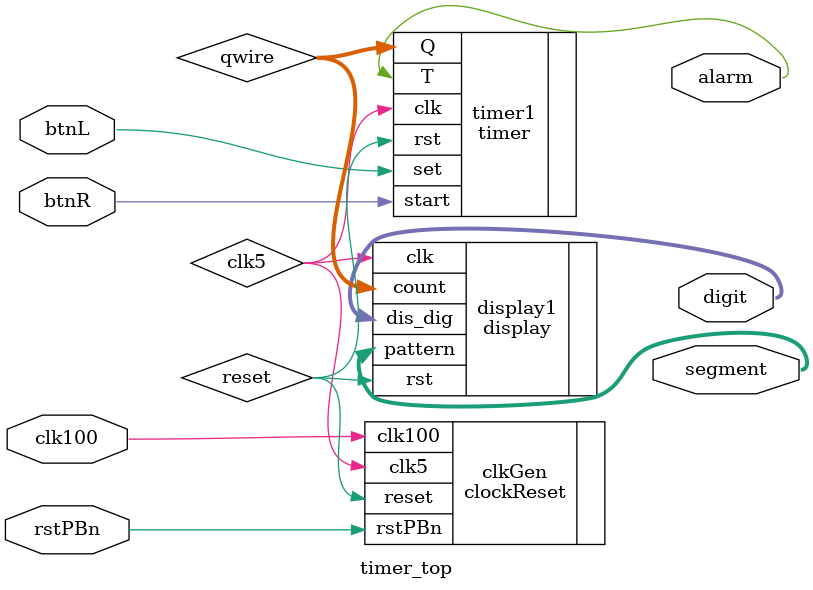
<source format=v>
module timer_top(
        input clk100,        // 100 MHz clock from oscillator on board
        input rstPBn,        // reset signal, active low, from CPU RESET pushbutton
        input btnR,          // start signal, active high, from BTNR pushbutton
        input btnL,          // set signal, active high, from BTNL pushbutton
        output [7:0] digit,  // digit controls - active low (3 on left, 0 on right)
        output [7:0] segment, // segment controls - active low (a b c d e f g dp)
        output alarm
        );

// ===========================================================================
// Interconnecting Signals
    wire clk5;              // 5 MHz clock signal, buffered
    wire reset;             // internal reset signal, active high
    wire [15:0] timeVal;    // output from timer, to be displayed - adjust width as needed
    wire [15:0] qwire;
    
    
// ===========================================================================
// Instantiate clock and reset generator, connect to signals
    clockReset  clkGen (
            .clk100 (clk100),       // inpit clock at 100 MHz
            .rstPBn (rstPBn),       // input reset, active low
            .clk5   (clk5),         // output clock, 5 MHz
            .reset  (reset) );      // output reset, active high
            
// ===========================================================================
            // Here we instantiate the timer, connect the signals
    timer timer1 (
            .clk(clk5),
            .set(btnL),
            .start(btnR),
            .rst(reset),
            .Q(qwire),
            .T(alarm));
            
// ==================================================================================
// Here we instantiate our display module.
   display display1 (.clk(clk5), .rst(reset), 
         .count(qwire),     // input value to be displayed
         .dis_dig(digit),  // digit outputs - only using rightmost 5 digits
         .pattern(segment));  // segment outputs
      
endmodule

</source>
